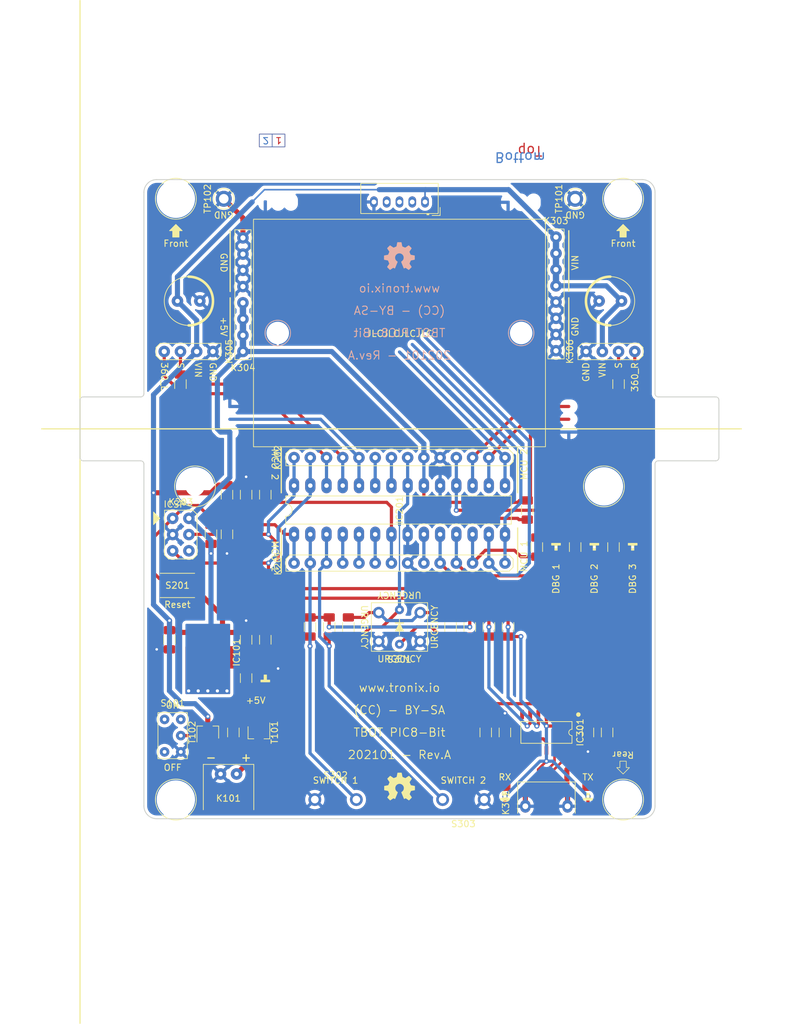
<source format=kicad_pcb>
(kicad_pcb (version 20210126) (generator pcbnew)
  (title_block (title "TBOT - Charger - 2x18650") (date "01/2021") (rev "A"))
  (layers (0 "F.Cu" signal) (31 "B.Cu" signal) (34 "B.Paste" user) (35 "F.Paste" user) (36 "B.SilkS" user "B.Silkscreen") (37 "F.SilkS" user "F.Silkscreen") (38 "B.Mask" user) (39 "F.Mask" user) (44 "Edge.Cuts" user))
  (net 0 "")
  (net 1 "GND")
  (net 2 "VIN")
  (net 3 "Net-(C302-Pad1)")
  (net 4 "BATTERY_SENSE")
  (net 5 "~MCLR")
  (net 6 "VUSB")
  (net 7 "RA0{slash}SWITCH_1")
  (net 8 "VBAT")
  (net 9 "RC5{slash}SERVO_R")
  (net 10 "RC6{slash}360_R")
  (net 11 "+5V")
  (net 12 "RA1{slash}SWITCH_2")
  (net 13 "Net-(IC201-Pad4)")
  (net 14 "Net-(IC201-Pad5)")
  (net 15 "RB4{slash}360_L")
  (net 16 "RB5{slash}SERVO_L")
  (net 17 "Net-(IC201-Pad6)")
  (net 18 "Net-(IC201-Pad9)")
  (net 19 "RB0{slash}URGENCY")
  (net 20 "RA7{slash}LED_3")
  (net 21 "RC0{slash}LED_2")
  (net 22 "RC1{slash}LED_1")
  (net 23 "RC2{slash}ENABLE")
  (net 24 "Net-(IC201-Pad18)")
  (net 25 "Net-(IC201-Pad22)")
  (net 26 "Net-(IC201-Pad23)")
  (net 27 "Net-(IC201-Pad24)")
  (net 28 "Net-(IC301-Pad2)")
  (net 29 "Net-(IC301-Pad3)")
  (net 30 "RC3{slash}TRIGGER{slash}SCL")
  (net 31 "RC4{slash}ECHO{slash}SDA")
  (net 32 "RB7{slash}PGD{slash}UTX")
  (net 33 "RB6{slash}PGC{slash}URX")
  (net 34 "Net-(IC301-Pad12)")
  (net 35 "Net-(IC301-Pad13)")
  (net 36 "Net-(K305-Pad3)")
  (net 37 "Net-(K306-Pad3)")
  (net 38 "Net-(LED101-Pad2)")
  (net 39 "Net-(LED301-Pad1)")
  (net 40 "Net-(LED302-Pad1)")
  (net 41 "Net-(LED303-Pad2)")
  (net 42 "Net-(LED304-Pad2)")
  (net 43 "Net-(LED305-Pad2)")
  (net 44 "Net-(R102-Pad1)")
  (net 45 "Net-(R102-Pad2)")
  (net 46 "Net-(R303-Pad1)")
  (net 47 "Net-(R304-Pad1)")
  (footprint "tronixALL:ALPS-SKRPAC" (layer "F.Cu") (at 105.25 113.5)
    (fp_text reference "S201")
    (fp_text value "ALPS-SKRPAC")
  )
  (footprint "tronixALL:SOIC-SL-14" (layer "F.Cu") (at 163 136.5 -90)
    (fp_text reference "IC301")
    (fp_text value "MCP2221A-ISL")
  )
  (footprint "tronixALL:RESISTOR_1206" (layer "F.Cu") (at 116 128 90)
    (fp_text reference "R104" hide)
    (fp_text value "R")
  )
  (footprint "tronixALL:M3-MASK" (layer "F.Cu") (at 175 147)
    (fp_text reference "H5" hide)
    (fp_text value "MOUNTING-HOLE-MASK-3MM" hide)
  )
  (footprint "tronixALL:LED_1206" (layer "F.Cu") (at 156.5 146.5 -90)
    (fp_text reference "LED301" hide)
    (fp_text value "URX")
  )
  (footprint "tronixALL:RESISTOR_1206" (layer "F.Cu") (at 110.5 105.5 -90)
    (fp_text reference "R201" hide)
    (fp_text value "R")
  )
  (footprint "tronixALL:KEYSTONE-5006" (layer "F.Cu") (at 112.5 53 90)
    (fp_text reference "TP102")
    (fp_text value "GND")
  )
  (footprint "tronixALL:SOT-223-3" (layer "F.Cu") (at 110 124 -90)
    (fp_text reference "IC101")
    (fp_text value "TLV1117-50")
  )
  (footprint "tronixALL:LED_1206" (layer "F.Cu") (at 176.5 107.5 90)
    (fp_text reference "LED303" hide)
    (fp_text value "LED 3")
  )
  (footprint "tronixALL:M3-MASK" (layer "F.Cu") (at 172 98)
    (fp_text reference "H4" hide)
    (fp_text value "MOUNTING-HOLE-MASK-3MM" hide)
  )
  (footprint "tronixALL:FCI-USB-TYPE-B-MICRO-THT" (layer "F.Cu") (at 163 147.5 90)
    (fp_text reference "K302")
    (fp_text value "MICRO USB B")
  )
  (footprint "tronixALL:RESISTOR_1206" (layer "F.Cu") (at 132 120 -90)
    (fp_text reference "R307" hide)
    (fp_text value "R")
  )
  (footprint "tronixALL:M20-999044x" (layer "F.Cu") (at 169.21 76.9 90)
    (fp_text reference "K306")
    (fp_text value "SERVO RIGHT")
  )
  (footprint "tronixALL:OSHW-5MM" (layer "F.Cu") (at 140 145)
    (fp_text reference "G***" hide)
    (fp_text value "LOGO" hide)
  )
  (footprint "tronixALL:RESISTOR_1206" (layer "F.Cu") (at 148 120 -90)
    (fp_text reference "R304" hide)
    (fp_text value "R")
  )
  (footprint "tronixALL:M3-MASK" (layer "F.Cu") (at 108 98)
    (fp_text reference "H2" hide)
    (fp_text value "MOUNTING-HOLE-MASK-3MM" hide)
  )
  (footprint "tronixALL:M20-782084x" (layer "F.Cu") (at 115.5 76.9 180)
    (fp_text reference "K304")
    (fp_text value "M20-782084x")
  )
  (footprint "tronixALL:M20-999044x" (layer "F.Cu") (at 110.8 76.9 -90)
    (fp_text reference "K305")
    (fp_text value "SERVO LEFT")
  )
  (footprint "tronixALL:RESISTOR_1206" (layer "F.Cu") (at 153.5 136.5 -90)
    (fp_text reference "R305" hide)
    (fp_text value "5K6")
  )
  (footprint "tronixALL:M20-999144x" (layer "F.Cu") (at 123.5 93.5 90)
    (fp_text reference "K202")
    (fp_text value "M20-999144x")
  )
  (footprint "tronixALL:M20-998034x" (layer "F.Cu") (at 104.5 103)
    (fp_text reference "K203")
    (fp_text value "M20-998034x")
  )
  (footprint "tronixALL:RESISTOR_1206" (layer "F.Cu") (at 173.5 107.5 -90)
    (fp_text reference "R312" hide)
    (fp_text value "5K6")
  )
  (footprint "tronixALL:E-SWITCH-200USPXT1A1M2RE" (layer "F.Cu") (at 104.5 137)
    (fp_text reference "S101")
    (fp_text value "E-SWITCH-200USP1T1A1M2RE")
  )
  (footprint "tronixALL:CAPACITOR_1206" (layer "F.Cu") (at 116 122 90)
    (fp_text reference "C103" hide)
    (fp_text value "C")
  )
  (footprint "tronixALL:M20-782084x" (layer "F.Cu") (at 164.5 59)
    (fp_text reference "K303")
    (fp_text value "M20-782084x")
  )
  (footprint "tronixALL:CAPACITOR_1206" (layer "F.Cu") (at 119 122 90)
    (fp_text reference "C104" hide)
    (fp_text value "C")
  )
  (footprint "tronixALL:CAPACITOR-ELECTROLYTIC-RADIAL-080-115-035" (layer "F.Cu") (at 107 69)
    (fp_text reference "C303" hide)
    (fp_text value "UVZ-220U-25V" hide)
  )
  (footprint "tronixALL:M3-MASK" (layer "F.Cu") (at 105 147)
    (fp_text reference "H3" hide)
    (fp_text value "MOUNTING-HOLE-MASK-3MM" hide)
  )
  (footprint "tronixALL:RESISTOR_1206" (layer "F.Cu") (at 172.5 136.5 -90)
    (fp_text reference "R306" hide)
    (fp_text value "5K6")
  )
  (footprint "tronixALL:DIP-28-W762" (layer "F.Cu") (at 123.5 105.5 90)
    (fp_text reference "IC201")
    (fp_text value "PIC16F1778-IP")
  )
  (footprint "tronixALL:CK-PTS635S-THT" (layer "F.Cu") (at 130 147)
    (fp_text reference "S302")
    (fp_text value "SWITCH 1")
  )
  (footprint "tronixALL:CAPACITOR_1206" (layer "F.Cu") (at 104 122 -90)
    (fp_text reference "C102" hide)
    (fp_text value "C")
  )
  (footprint "tronixALL:LED_1206" (layer "F.Cu") (at 119 128 -90)
    (fp_text reference "LED101" hide)
    (fp_text value "LED")
  )
  (footprint "tronixALL:KEYSTONE-5006" (layer "F.Cu") (at 167.5 53 90)
    (fp_text reference "TP101")
    (fp_text value "GND")
  )
  (footprint "tronixALL:CAPACITOR_1206" (layer "F.Cu") (at 169.5 136.5 -90)
    (fp_text reference "C301" hide)
    (fp_text value "100n")
  )
  (footprint "tronixALL:SOT-23-3" (layer "F.Cu") (at 110 136.5 90)
    (fp_text reference "T102")
    (fp_text value "DMP2305U")
  )
  (footprint "tronixALL:LED_1206" (layer "F.Cu") (at 164.5 107.5 90)
    (fp_text reference "LED305" hide)
    (fp_text value "LED 1")
  )
  (footprint "tronixALL:RESISTOR_1206" (layer "F.Cu") (at 113 99.3 90)
    (fp_text reference "R101" hide)
    (fp_text value "R")
  )
  (footprint "tronixALL:BREADBOARD-170" (layer "F.Cu") (at 140 74)
    (fp_text reference "BB301" hide)
    (fp_text value "BREADBOARD-170" hide)
  )
  (footprint "tronixALL:RESISTOR_1206" (layer "F.Cu") (at 167.5 107.5 -90)
    (fp_text reference "R313" hide)
    (fp_text value "5K6")
  )
  (footprint "tronixALL:RESISTOR_1206" (layer "F.Cu") (at 116 99.3 -90)
    (fp_text reference "R103" hide)
    (fp_text value "R")
  )
  (footprint "tronixALL:MOLEX-5268-02" (layer "F.Cu") (at 112 143 180)
    (fp_text reference "K101")
    (fp_text value "MOLEX-5268-02")
  )
  (footprint "tronixALL:LED_1206" (layer "F.Cu") (at 169.5 146.5 -90)
    (fp_text reference "LED302" hide)
    (fp_text value "UTX")
  )
  (footprint "tronixALL:LED_1206" (layer "F.Cu") (at 170.5 107.5 90)
    (fp_text reference "LED304" hide)
    (fp_text value "LED 2")
  )
  (footprint "tronixALL:RESISTOR_1206" (layer "F.Cu") (at 174.29 82 90)
    (fp_text reference "R309" hide)
    (fp_text value "220R")
  )
  (footprint "tronixALL:RESISTOR_1206" (layer "F.Cu") (at 157 120 -90)
    (fp_text reference "R301" hide)
    (fp_text value "10K")
  )
  (footprint "tronixALL:RESISTOR_1206" (layer "F.Cu") (at 161.5 107.5 -90)
    (fp_text reference "R314" hide)
    (fp_text value "5K6")
  )
  (footprint "tronixALL:RESISTOR_1206" (layer "F.Cu") (at 105.72 82 90)
    (fp_text reference "R308" hide)
    (fp_text value "220R")
  )
  (footprint "tronixALL:CAPACITOR-ELECTROLYTIC-RADIAL-080-115-035" (layer "F.Cu") (at 173 69 180)
    (fp_text reference "C304" hide)
    (fp_text value "UVZ-220U-25V" hide)
  )
  (footprint "tronixALL:RESISTOR_1206" (layer "F.Cu") (at 154 120 -90)
    (fp_text reference "R302" hide)
    (fp_text value "10K")
  )
  (footprint "tronixALL:RESISTOR_1206" (layer "F.Cu") (at 129 120 90)
    (fp_text reference "R311" hide)
    (fp_text value "10K")
  )
  (footprint "tronixALL:CAPACITOR_1206" (layer "F.Cu") (at 156.5 136.5 90)
    (fp_text reference "C302" hide)
    (fp_text value "470n")
  )
  (footprint "tronixALL:RESISTOR_1206" (layer "F.Cu") (at 114 136.5 90)
    (fp_text reference "R102" hide)
    (fp_text value "R")
  )
  (footprint "tronixALL:CAPACITOR_1206" (layer "F.Cu") (at 113 105.5 -90)
    (fp_text reference "C202" hide)
    (fp_text value "C")
  )
  (footprint "tronixALL:RESISTOR_1206" (layer "F.Cu") (at 151 120 90)
    (fp_text reference "R303" hide)
    (fp_text value "R")
  )
  (footprint "tronixALL:RESISTOR_1206" (layer "F.Cu") (at 126 120 90)
    (fp_text reference "R310" hide)
    (fp_text value "10K")
  )
  (footprint "tronixALL:CAPACITOR_1206" (layer "F.Cu") (at 160 101.7 -90)
    (fp_text reference "C201" hide)
    (fp_text value "C")
  )
  (footprint "tronixALL:CK-PTS635S-THT" (layer "F.Cu") (at 150 147 180)
    (fp_text reference "S303")
    (fp_text value "SWITCH 2")
  )
  (footprint "tronixALL:M3-MASK" (layer "F.Cu") (at 105 53)
    (fp_text reference "H1" hide)
    (fp_text value "MOUNTING-HOLE-MASK-3MM" hide)
  )
  (footprint "tronixALL:E-SWITCH-TL1240XQ1JXXX" (layer "F.Cu") (at 140 120 180)
    (fp_text reference "S301")
    (fp_text value "URGENCY")
  )
  (footprint "tronixALL:SOT-23-3" (layer "F.Cu") (at 118 136.5 -90)
    (fp_text reference "T101")
    (fp_text value "DMP2305U")
  )
  (footprint "tronixALL:M3-MASK" (layer "F.Cu") (at 175 53)
    (fp_text reference "H6" hide)
    (fp_text value "MOUNTING-HOLE-MASK-3MM" hide)
  )
  (footprint "tronixALL:M20-999144x" (layer "F.Cu") (at 123.5 110 90)
    (fp_text reference "K201")
    (fp_text value "M20-999144x")
  )
  (footprint "tronixALL:JST-PH-B5B-K" (layer "F.Cu") (at 144 53.5 180)
    (fp_text reference "K301" hide)
    (fp_text value "FRONT")
  )
  (footprint "tronixALL:CAPACITOR_1206" (layer "F.Cu") (at 119 99.3 90)
    (fp_text reference "C101" hide)
    (fp_text value "C")
  )
  (footprint "tronixALL:OSHW-5MM" (layer "B.Cu") (at 140 62 180)
    (fp_text reference "G***" hide)
    (fp_text value "LOGO" hide)
  )
  (gr_rect (start 122.07 42.88) (end 118.07 44.88) (layer "F.Cu") (width 0.1) (fill none))
  (gr_line (start 120.07 42.88) (end 120.07 44.88) (layer "F.Cu") (width 0.1))
  (gr_line (start 120.07 42.88) (end 120.07 44.88) (layer "B.Cu") (width 0.1))
  (gr_rect (start 122.07 42.88) (end 118.07 44.88) (layer "B.Cu") (width 0.1) (fill none))
  (gr_line (start 84 89) (end 193.5 89) (layer "F.SilkS") (width 0.2))
  (gr_poly (pts (xy 174 142) (xy 174.5 142) (xy 174.5 141) (xy 175.5 141) (xy 175.5 142) (xy 176 142) (xy 175 143)) (layer "F.SilkS") (width 0.1) (fill none))
  (gr_line (start 158.5 92) (end 158.5 99) (layer "F.SilkS") (width 0.2))
  (gr_line (start 158.5 104.5) (end 158.5 111.5) (layer "F.SilkS") (width 0.2))
  (gr_line (start 113.5 58) (end 113.5 67.5) (layer "F.SilkS") (width 0.2))
  (gr_line (start 166.5 68.5) (end 166.5 78) (layer "F.SilkS") (width 0.2))
  (gr_line (start 113.5 68.5) (end 113.5 78) (layer "F.SilkS") (width 0.2))
  (gr_line (start 121.5 92) (end 121.5 99) (layer "F.SilkS") (width 0.2))
  (gr_line (start 90 182) (end 90 22) (layer "F.SilkS") (width 0.2))
  (gr_circle (center 168 133.7) (end 168.25 133.7) (layer "F.SilkS") (width 0.2) (fill solid))
  (gr_line (start 111 140.5) (end 110 140.5) (layer "F.SilkS") (width 0.2))
  (gr_poly (pts (xy 106 58) (xy 105.5 58) (xy 105.5 59) (xy 104.5 59) (xy 104.5 58) (xy 104 58) (xy 105 57)) (layer "F.SilkS") (width 0.1) (fill solid))
  (gr_line (start 115.5 140.5) (end 116.5 140.5) (layer "F.SilkS") (width 0.2))
  (gr_poly (pts (xy 102.5 103) (xy 101.5 104) (xy 101.5 102)) (layer "F.SilkS") (width 0.1) (fill solid))
  (gr_line (start 166.5 58) (end 166.5 67.5) (layer "F.SilkS") (width 0.2))
  (gr_poly (pts (xy 176 58) (xy 175.5 58) (xy 175.5 59) (xy 174.5 59) (xy 174.5 58) (xy 174 58) (xy 175 57)) (layer "F.SilkS") (width 0.1) (fill solid))
  (gr_line (start 116 140) (end 116 141) (layer "F.SilkS") (width 0.2))
  (gr_line (start 121.5 104.5) (end 121.5 111.5) (layer "F.SilkS") (width 0.2))
  (gr_arc (start 180.5 83.5) (end 180.5 84) (angle 90) (layer "Edge.Cuts") (width 0.15))
  (gr_arc (start 101.999999 52) (end 100 52) (angle 90) (layer "Edge.Cuts") (width 0.15))
  (gr_arc (start 90.5 93.5) (end 90 93.5) (angle -90) (layer "Edge.Cuts") (width 0.15))
  (gr_arc (start 178 51.999999) (end 180 52) (angle -90) (layer "Edge.Cuts") (width 0.15))
  (gr_line (start 100 52) (end 100 83.5) (layer "Edge.Cuts") (width 0.15))
  (gr_line (start 178 50) (end 102 50) (layer "Edge.Cuts") (width 0.15))
  (gr_arc (start 99.5 83.5) (end 99.5 84) (angle -90) (layer "Edge.Cuts") (width 0.15))
  (gr_line (start 100 94.5) (end 100 148) (layer "Edge.Cuts") (width 0.15))
  (gr_line (start 102 150) (end 178 150) (layer "Edge.Cuts") (width 0.15))
  (gr_arc (start 99.5 94.5) (end 100 94.5) (angle -90) (layer "Edge.Cuts") (width 0.15))
  (gr_line (start 90 84.5) (end 90 93.5) (layer "Edge.Cuts") (width 0.15))
  (gr_line (start 99.5 84) (end 90.5 84) (layer "Edge.Cuts") (width 0.15))
  (gr_line (start 180 148) (end 180 94.5) (layer "Edge.Cuts") (width 0.15))
  (gr_line (start 189.5 94) (end 180.5 94) (layer "Edge.Cuts") (width 0.15))
  (gr_line (start 190 84.5) (end 190 93.5) (layer "Edge.Cuts") (width 0.15))
  (gr_line (start 99.5 94) (end 90.5 94) (layer "Edge.Cuts") (width 0.15))
  (gr_arc (start 178.000001 148) (end 180 148) (angle 90) (layer "Edge.Cuts") (width 0.15))
  (gr_arc (start 180.5 94.5) (end 180.5 94) (angle -90) (layer "Edge.Cuts") (width 0.15))
  (gr_line (start 180 83.5) (end 180 52) (layer "Edge.Cuts") (width 0.15))
  (gr_arc (start 90.5 84.5) (end 90.5 84) (angle -90) (layer "Edge.Cuts") (width 0.15))
  (gr_arc (start 189.5 84.5) (end 190 84.5) (angle -90) (layer "Edge.Cuts") (width 0.15))
  (gr_arc (start 102 148.000001) (end 102 150) (angle 90) (layer "Edge.Cuts") (width 0.15))
  (gr_line (start 189.5 84) (end 180.5 84) (layer "Edge.Cuts") (width 0.15))
  (gr_arc (start 189.5 93.5) (end 189.5 94) (angle -90) (layer "Edge.Cuts") (width 0.15))
  (gr_text "Top" (at 162.5 45.5 180) (layer "F.Cu") (effects (font (size 1.5 1.5) (thickness 0.2)) (justify left)))
  (gr_text "1" (at 121.07 43.88 180) (layer "F.Cu") (effects (font (size 1 1))))
  (gr_text "2" (at 119.07 43.88 180) (layer "B.Cu") (effects (font (size 1 1)) (justify mirror)))
  (gr_text "Bottom" (at 163 46.5 180) (layer "B.Cu") (effects (font (size 1.5 1.5) (thickness 0.2)) (justify right mirror)))
  (gr_text "(CC) - BY-SA" (at 140 70.5) (layer "B.SilkS") (effects (font (size 1.3 1.3)) (justify mirror)))
  (gr_text "202101 - Rev.A" (at 140 77.5) (layer "B.SilkS") (effects (font (size 1.3 1.3)) (justify mirror)))
  (gr_text "TBOT PIC8-Bit" (at 140 74) (layer "B.SilkS") (effects (font (size 1.3 1.3)) (justify mirror)))
  (gr_text "www.tronix.io" (at 140 67) (layer "B.SilkS") (effects (font (size 1.3 1.3)) (justify mirror)))
  (gr_text "VIN" (at 167.5 63 90) (layer "F.SilkS") (effects (font (size 1 1))))
  (gr_text "Rear" (at 175 140 180) (layer "F.SilkS") (effects (font (size 1 1))))
  (gr_text "DBG 3" (at 176.5 110 90) (layer "F.SilkS") (effects (font (size 1 1)) (justify right)))
  (gr_text "Front" (at 175 60) (layer "F.SilkS") (effects (font (size 1 1))))
  (gr_text "TBOT PIC8-Bit" (at 140 136.5) (layer "F.SilkS") (effects (font (size 1.3 1.3))))
  (gr_text "MCU 2" (at 159.5 92 90) (layer "F.SilkS") (effects (font (size 1 1)) (justify right)))
  (gr_text "S" (at 105.7 78.5 270) (layer "F.SilkS") (effects (font (size 1 1)) (justify left)))
  (gr_text "GND" (at 112.5 63 270) (layer "F.SilkS") (effects (font (size 1 1))))
  (gr_text "JLCJLCJLCJLC" (at 140 74.1) (layer "F.SilkS") (effects (font (size 1 1))))
  (gr_text "360_L" (at 103.2 78.5 270) (layer "F.SilkS") (effects (font (size 1 1)) (justify left)))
  (gr_text "GND" (at 110.8 78.5 270) (layer "F.SilkS") (effects (font (size 1 1)) (justify left)))
  (gr_text "SWITCH 2" (at 150 144) (layer "F.SilkS") (effects (font (size 1 1))))
  (gr_text "ON" (at 104.5 132.25) (layer "F.SilkS") (effects (font (size 1 1))))
  (gr_text "URGENCY" (at 140 115 180) (layer "F.SilkS") (effects (font (size 1 1))))
  (gr_text "GND" (at 167.5 55.5 180) (layer "F.SilkS") (effects (font (size 1 1))))
  (gr_text "DBG 1" (at 164.5 110 90) (layer "F.SilkS") (effects (font (size 1 1)) (justify right)))
  (gr_text "www.tronix.io" (at 140 129.5) (layer "F.SilkS") (effects (font (size 1.3 1.3))))
  (gr_text "VIN" (at 171.75 78.5 90) (layer "F.SilkS") (effects (font (size 1 1)) (justify right)))
  (gr_text "VIN" (at 108.5 78.5 270) (layer "F.SilkS") (effects (font (size 1 1)) (justify left)))
  (gr_text "202101 - Rev.A" (at 140 140) (layer "F.SilkS") (effects (font (size 1.3 1.3))))
  (gr_text "GND" (at 169.2 78.5 90) (layer "F.SilkS") (effects (font (size 1 1)) (justify right)))
  (gr_text "SWITCH 1" (at 130 144) (layer "F.SilkS") (effects (font (size 1 1))))
  (gr_text "MCU 2" (at 120.5 92 270) (layer "F.SilkS") (effects (font (size 1 1)) (justify left)))
  (gr_text "TX" (at 169.5 143.5) (layer "F.SilkS") (effects (font (size 1 1))))
  (gr_text "URGENCY" (at 134.5 120 270) (layer "F.SilkS") (effects (font (size 1 1))))
  (gr_text "MCU 1" (at 120.5 111.5 270) (layer "F.SilkS") (effects (font (size 1 1)) (justify right)))
  (gr_text "GND" (at 167.5 73 90) (layer "F.SilkS") (effects (font (size 1 1))))
  (gr_text "S" (at 174.3 78.5 90) (layer "F.SilkS") (effects (font (size 1 1)) (justify right)))
  (gr_text "OFF" (at 104.5 142) (layer "F.SilkS") (effects (font (size 1 1))))
  (gr_text "+5V" (at 117.5 131.5) (layer "F.SilkS") (effects (font (size 1 1))))
  (gr_text "Front" (at 105 60) (layer "F.SilkS") (effects (font (size 1 1))))
  (gr_text "360_R" (at 176.85 78.5 90) (layer "F.SilkS") (effects (font (size 1 1)) (justify right)))
  (gr_text "+5V" (at 112.5 73 270) (layer "F.SilkS") (effects (font (size 1 1))))
  (gr_text "MCU 1" (at 159.5 111.5 90) (layer "F.SilkS") (effects (font (size 1 1)) (justify left)))
  (gr_text "URGENCY" (at 140 125) (layer "F.SilkS") (effects (font (size 1 1))))
  (gr_text "DBG 2" (at 170.5 110 90) (layer "F.SilkS") (effects (font (size 1 1)) (justify right)))
  (gr_text "RX" (at 156.5 143.5) (layer "F.SilkS") (effects (font (size 1 1))))
  (gr_text "URGENCY" (at 145.5 120 90) (layer "F.SilkS") (effects (font (size 1 1))))
  (gr_text "(CC) - BY-SA" (at 140 133) (layer "F.SilkS") (effects (font (size 1.3 1.3))))
  (gr_text "GND" (at 112.5 55.5 180) (layer "F.SilkS") (effects (font (size 1 1))))
  (segment (start 112.3 120.85) (end 114.15 120.85) (width 0.8) (layer "F.Cu") (net 1))
  (segment (start 116 97.8) (end 116 96.5) (width 0.8) (layer "F.Cu") (net 1))
  (segment (start 164.5 109) (end 164.5 107.5) (width 0.8) (layer "F.Cu") (net 1))
  (segment (start 103.15 114.6) (end 107.35 114.6) (width 0.8) (layer "F.Cu") (net 1))
  (segment (start 167.5 138) (end 166.81 138.69) (width 0.5) (layer "F.Cu") (net 1))
  (segment (start 159.7 148.05) (end 159.7 145.75) (width 0.8) (layer "F.Cu") (net 1))
  (segment (start 166.3 148.05) (end 166.3 145.75) (width 0.8) (layer "F.Cu") (net 1))
  (segment (start 142 103) (end 141.28 103.72) (width 0.5) (layer "F.Cu") (net 1))
  (segment (start 104 123.5) (end 102 123.5) (width 0.8) (layer "F.Cu") (net 1))
  (segment (start 108.6 114.6) (end 112.3 118.3) (width 0.8) (layer "F.Cu") (net 1))
  (segment (start 166.2 142.3) (end 166.81 141.69) (width 0.8) (layer "F.Cu") (net 1))
  (segment (start 116.5 97.8) (end 119.5 97.8) (width 0.8) (layer "F.Cu") (net 1))
  (segment (start 116 120.5) (end 116 119) (width 0.8) (layer "F.Cu") (net 1))
  (segment (start 160 103.2) (end 158.7 103.2) (width 0.5) (layer "F.Cu") (net 1))
  (segment (start 112.3 118.3) (end 112.3 120.85) (width 0.8) (layer "F.Cu") (net 1))
  (segment (start 141.28 103.72) (end 141.28 105.5) (width 0.5) (layer "F.Cu") (net 1))
  (segment (start 121 126.5) (end 119 126.5) (width 0.8) (layer "F.Cu") (net 1))
  (segment (start 116 120.5) (end 119 120.5) (width 0.8) (layer "F.Cu") (net 1))
  (segment (start 115.5 59.12) (end 115.5 56) (width 0.8) (layer "F.Cu") (net 1))
  (segment (start 166.2 145.65) (end 166.2 142.3) (width 0.8) (layer "F.Cu") (net 1))
  (segment (start 107.35 114.6) (end 108.6 114.6) (width 0.8) (layer "F.Cu") (net 1))
  (segment (start 115.5 56) (end 112.5 53) (width 0.8) (layer "F.Cu") (net 1))
  (segment (start 121 131.5) (end 121 126.5) (width 0.8) (layer "F.Cu") (net 1))
  (segment (start 118.95 135.3) (end 118.95 133.55) (width 0.8) (layer "F.Cu") (net 1))
  (segment (start 165.15 145.65) (end 164.75 145.25) (width 0.5) (layer "F.Cu") (net 1))
  (segment (start 176.5 109) (end 176.5 107.5) (width 0.8) (layer "F.Cu") (net 1))
  (segment (start 166.2 145.65) (end 165.15 145.65) (width 0.5) (layer "F.Cu") (net 1))
  (segment (start 118.95 133.55) (end 121 131.5) (width 0.8) (layer "F.Cu") (net 1))
  (segment (start 116 120.5) (end 114.5 120.5) (width 0.8) (layer "F.Cu") (net 1))
  (segment (start 164.75 145.25) (end 164.5 145.25) (width 0.5) (layer "F.Cu") (net 1))
  (segment (start 156.5 135) (end 156.5 133.5) (width 0.8) (layer "F.Cu") (net 1))
  (segment (start 169.5 139.5) (end 169.5 138) (width 0.8) (layer "F.Cu") (net 1))
  (segment (start 166.81 141.69) (end 166.81 139.3) (width 0.8) (layer "F.Cu") (net 1))
  (segment (start 169.5 138) (end 167.5 138) (width 0.5) (layer "F.Cu") (net 1))
  (segment (start 166.81 138.69) (end 166.81 139.3) (width 0.5) (layer "F.Cu") (net 1))
  (segment (start 113 108.5) (end 113 107) (width 0.8) (layer "F.Cu") (net 1))
  (segment (start 170.5 109) (end 170.5 107.5) (width 0.8) (layer "F.Cu") (net 1))
  (segment (start 158.7 103.2) (end 158.5 103) (width 0.5) (layer "F.Cu") (net 1))
  (segment (start 114.15 120.85) (end 114.5 120.5) (width 0.8) (layer "F.Cu") (net 1))
  (segment (start 158.5 103) (end 142 103) (width 0.5) (layer "F.Cu") (net 1))
  (via (at 113 108.5) (size 0.8) (drill 0.4) (layers "F.Cu" "B.Cu") (net 1))
  (via (at 116 96.5) (size 0.8) (drill 0.4) (layers "F.Cu" "B.Cu") (net 1))
  (via (at 164.5 107.5) (size 0.8) (drill 0.4) (layers "F.Cu" "B.Cu") (net 1))
  (via (at 169.5 139.5) (size 0.8) (drill 0.4) (layers "F.Cu" "B.Cu") (net 1))
  (via (at 176.5 107.5) (size 0.8) (drill 0.4) (layers "F.Cu" "B.Cu") (net 1))
  (via (at 156.5 133.5) (size 0.8) (drill 0.4) (layers "F.Cu" "B.Cu") (net 1))
  (via (at 116 119) (size 0.8) (drill 0.4) (layers "F.Cu" "B.Cu") (net 1))
  (via (at 121 126.5) (size 0.8) (drill 0.4) (layers "F.Cu" "B.Cu") (net 1))
  (via (at 170.5 107.5) (size 0.8) (drill 0.4) (layers "F.Cu" "B.Cu") (net 1))
  (via (at 102 123.5) (size 0.8) (drill 0.4) (layers "F.Cu" "B.Cu") (net 1))
  (segment (start 105.85 120.85) (end 105.5 120.5) (width 0.8) (layer "F.Cu") (net 2))
  (segment (start 113.5 97.8) (end 111.7 97.8) (width 0.8) (layer "F.Cu") (net 2))
  (segment (start 110.5 99) (end 101.5 99) (width 0.8) (layer "F.Cu") (net 2))
  (segment (start 107.7 120.85) (end 105.85 120.85) (width 0.8) (layer "F.Cu") (net 2))
  (segment (start 105.5 120.5) (end 104 120.5) (width 0.8) (layer "F.Cu") (net 2))
  (segment (start 110 135.3) (end 110 134) (width 0.8) (layer "F.Cu") (net 2))
  (segment (start 104 120.5) (end 104 119) (width 0.8) (layer "F.Cu") (net 2))
  (segment (start 111.7 97.8) (end 110.5 99) (width 0.8) (layer "F.Cu") (net 2))
  (via (at 101.5 99) (size 0.8) (drill 0.4) (layers "F.Cu" "B.Cu") (net 2))
  (via (at 110 134) (size 0.8) (drill 0.4) (layers "F.Cu" "B.Cu") (net 2))
  (via (at 104 119) (size 0.8) (drill 0.4) (layers "F.Cu" "B.Cu") (net 2))
  (segment (start 104 119) (end 101.5 116.5) (width 0.8) (layer "B.Cu") (net 2))
  (segment (start 106 132) (end 104 130) (width 0.8) (layer "B.Cu") (net 2))
  (segment (start 108 132) (end 110 134) (width 0.8) (layer "B.Cu") (net 2))
  (segment (start 101.5 83.66) (end 108.26 76.9) (width 0.8) (layer "B.Cu") (net 2))
  (segment (start 171.75 76.9) (end 171.75 72) (width 0.8) (layer "B.Cu") (net 2))
  (segment (start 144 53.5) (end 144 51.65) (width 0.25) (layer "B.Cu") (net 2))
  (segment (start 106 132) (end 108 132) (width 0.8) (layer "B.Cu") (net 2))
  (segment (start 108.26 76.9) (end 108.26 72.01) (width 0.8) (layer "B.Cu") (net 2))
  (segment (start 144.075 51.575) (end 157.075 51.575) (width 0.8) (layer "B.Cu") (net 2))
  (segment (start 164.5 64.08) (end 164.5 66.62) (width 1) (layer "B.Cu") (net 2))
  (segment (start 105.25 65.1975) (end 116.9475 53.5) (width 0.8) (layer "B.Cu") (net 2))
  (segment (start 136.83 51.575) (end 144.075 51.575) (width 0.8) (layer "B.Cu") (net 2))
  (segment (start 157.075 51.575) (end 162 56.5) (width 0.8) (layer "B.Cu") (net 2))
  (segment (start 144 51.65) (end 144.075 51.575) (width 0.25) (layer "B.Cu") (net 2))
  (segment (start 101.5 116.5) (end 101.5 83.66) (width 0.8) (layer "B.Cu") (net 2))
  (segment (start 164.5 61.54) (end 164.5 64.08) (width 1) (layer "B.Cu") (net 2))
  (segment (start 164.5 66.62) (end 172.37 66.62) (width 0.8) (layer "B.Cu") (net 2))
  (segment (start 105.25 69) (end 105.25 65.1975) (width 0.8) (layer "B.Cu") (net 2))
  (segment (start 164.5 59) (end 164.5 61.54) (width 1) (layer "B.Cu") (net 2))
  (segment (start 104 130) (end 104 119) (width 0.8) (layer "B.Cu") (net 2))
  (segment (start 171.75 72) (end 174.75 69) (width 0.8) (layer "B.Cu") (net 2))
  (segment (start 118.8725 51.575) (end 136.83 51.575) (width 0.25) (layer "B.Cu") (net 2))
  (segment (start 172.37 66.62) (end 174.75 69) (width 0.8) (layer "B.Cu") (net 2))
  (segment (start 108.26 72.01) (end 105.25 69) (width 0.8) (layer "B.Cu") (net 2))
  (segment (start 157.075 51.575) (end 164.5 59) (width 0.8) (layer "B.Cu") (net 2))
  (segment (start 116.9475 53.5) (end 118.8725 51.575) (width 0.25) (layer "B.Cu") (net 2))
  (segment (start 158 138) (end 156.5 138) (width 0.5) (layer "F.Cu") (net 3))
  (segment (start 163 138) (end 162.5 137.5) (width 0.5) (layer "F.Cu") (net 3))
  (segment (start 158.5 137.5) (end 158 138) (width 0.5) (layer "F.Cu") (net 3))
  (segment (start 162.5 137.5) (end 158.5 137.5) (width 0.5) (layer "F.Cu") (net 3))
  (segment (start 163 139.3) (end 163 138) (width 0.5) (layer "F.Cu") (net 3))
  (segment (start 138.74 101.24) (end 138.74 105.5) (width 0.5) (layer "F.Cu") (net 4))
  (segment (start 120.5 100.5) (end 138 100.5) (width 0.5) (layer "F.Cu") (net 4))
  (segment (start 120.2 100.8) (end 120.5 100.5) (width 0.5) (layer "F.Cu") (net 4))
  (segment (start 138 100.5) (end 138.74 101.24) (width 0.5) (layer "F.Cu") (net 4))
  (segment (start 116.5 100.8) (end 119.5 100.8) (width 0.8) (layer "F.Cu") (net 4))
  (segment (start 113.5 100.8) (end 116.5 100.8) (width 0.8) (layer "F.Cu") (net 4))
  (segment (start 119 100.8) (end 120.2 100.8) (width 0.5) (layer "F.Cu") (net 4))
  (segment (start 138.74 110) (end 138.74 105.5) (width 0.5) (layer "B.Cu") (net 4))
  (segment (start 123.5 105.5) (end 122 105.5) (width 0.5) (layer "F.Cu") (net 5))
  (segment (start 103.15 112.4) (end 107.35 112.4) (width 0.5) (layer "F.Cu") (net 5))
  (segment (start 102.4 112.4) (end 101.5 111.5) (width 0.5) (layer "F.Cu") (net 5))
  (segment (start 101.5 111.5) (end 101.5 106) (width 0.5) (layer "F.Cu") (net 5))
  (segment (start 101.5 106) (end 104.5 103) (width 0.5) (layer "F.Cu") (net 5))
  (segment (start 122 105.5) (end 120.5 104) (width 0.5) (layer "F.Cu") (net 5))
  (segment (start 110.5 103) (end 108.5 101) (width 0.5) (layer "F.Cu") (net 5))
  (segment (start 110.5 104) (end 110.5 103) (width 0.5) (layer "F.Cu") (net 5))
  (segment (start 106.5 101) (end 104.5 103) (width 0.5) (layer "F.Cu") (net 5))
  (segment (start 103.15 112.4) (end 102.4 112.4) (width 0.5) (layer "F.Cu") (net 5))
  (segment (start 120.5 104) (end 113 104) (width 0.5) (layer "F.Cu") (net 5))
  (segment (start 108.5 101) (end 106.5 101) (width 0.5) (layer "F.Cu") (net 5))
  (segment (start 110.5 104) (end 113 104) (width 0.5) (layer "F.Cu") (net 5))
  (segment (start 123.5 110) (end 123.5 105.5) (width 0.5) (layer "B.Cu") (net 5))
  (segment (start 167.5 135.5) (end 168 135) (width 0.5) (layer "F.Cu") (net 6))
  (segment (start 169.5 148) (end 169.5 146.5) (width 0.5) (layer "F.Cu") (net 6))
  (segment (start 169.2 133.7) (end 169.5 134) (width 0.5) (layer "F.Cu") (net 6))
  (segment (start 168 135) (end 169.5 135) (width 0.5) (layer "F.Cu") (net 6))
  (segment (start 161.7 142.3) (end 163 141) (width 0.4) (layer "F.Cu") (net 6))
  (segment (start 154 121.5) (end 157 121.5) (width 0.5) (layer "F.Cu") (net 6))
  (segment (start 163 135.5) (end 167.5 135.5) (width 0.5) (layer "F.Cu") (net 6))
  (segment (start 161.7 145.25) (end 161.7 142.3) (width 0.4) (layer "F.Cu") (net 6))
  (segment (start 156.5 148) (end 156.5 146.5) (width 0.5) (layer "F.Cu") (net 6))
  (segment (start 166.81 133.7) (end 169.2 133.7) (width 0.5) (layer "F.Cu") (net 6))
  (segment (start 157 121.5) (end 159 121.5) (width 0.5) (layer "F.Cu") (net 6))
  (segment (start 169.5 134) (end 169.5 135) (width 0.5) (layer "F.Cu") (net 6))
  (segment (start 163 135.5) (end 163 133.7) (width 0.5) (layer "F.Cu") (net 6))
  (via (at 156.5 146.5) (size 0.8) (drill 0.4) (layers "F.Cu" "B.Cu") (net 6))
  (via (at 163 141) (size 0.8) (drill 0.4) (layers "F.Cu" "B.Cu") (net 6))
  (via (at 163 135.5) (size 0.8) (drill 0.4) (layers "F.Cu" "B.Cu") (net 6))
  (via (at 159 121.5) (size 0.8) (drill 0.4) (layers "F.Cu" "B.Cu") (net 6))
  (via (at 169.5 146.5) (size 0.8) (drill 0.4) (layers "F.Cu" "B.Cu") (net 6))
  (segment (start 163 135.5) (end 159 131.5) (width 0.5) (layer "B.Cu") (net 6))
  (segment (start 162 141) (end 163 141) (width 0.5) (layer "B.Cu") (net 6))
  (segment (start 156.5 146.5) (end 162 141) (width 0.5) (layer "B.Cu") (net 6))
  (segment (start 159 131.5) (end 159 121.5) (width 0.5) (layer "B.Cu") (net 6))
  (segment (start 169.5 146.5) (end 164 141) (width 0.5) (layer "B.Cu") (net 6))
  (segment (start 163 141) (end 163 135.5) (width 0.5) (layer "B.Cu") (net 6))
  (segment (start 164 141) (end 163 141) (width 0.5) (layer "B.Cu") (net 6))
  (segment (start 126 123) (end 126 121.5) (width 0.5) (layer "F.Cu") (net 7))
  (via (at 126 123) (size 0.8) (drill 0.4) (layers "F.Cu" "B.Cu") (net 7))
  (segment (start 126.04 110) (end 126.04 105.5) (width 0.5) (layer "B.Cu") (net 7))
  (segment (start 126 123) (end 126 109.54) (width 0.5) (layer "B.Cu") (net 7))
  (segment (start 133.25 147) (end 126 139.75) (width 0.5) (layer "B.Cu") (net 7))
  (segment (start 126 139.75) (end 126 123) (width 0.5) (layer "B.Cu") (net 7))
  (segment (start 118 139.5) (end 118 137.7) (width 0.8) (layer "F.Cu") (net 8))
  (segment (start 114.5 143) (end 118 139.5) (width 0.8) (layer "F.Cu") (net 8))
  (segment (start 153.98 93.5) (end 163.98 83.5) (width 0.5) (layer "F.Cu") (net 9))
  (segment (start 163.98 83.5) (end 174.29 83.5) (width 0.5) (layer "F.Cu") (net 9))
  (segment (start 153.98 97.88) (end 153.98 93.5) (width 0.5) (layer "B.Cu") (net 9))
  (segment (start 162.94 82) (end 175.5 82) (width 0.5) (layer "F.Cu") (net 10))
  (segment (start 151.44 93.5) (end 162.94 82) (width 0.5) (layer "F.Cu") (net 10))
  (segment (start 162.94 82) (end 168 82) (width 0.5) (layer "F.Cu") (net 10))
  (segment (start 176.83 80.67) (end 176.83 76.9) (width 0.5) (layer "F.Cu") (net 10))
  (segment (start 175.5 82) (end 176.83 80.67) (width 0.5) (layer "F.Cu") (net 10))
  (segment (start 151.44 97.88) (end 151.44 93.5) (width 0.5) (layer "B.Cu") (net 10))
  (segment (start 110.5 108.5) (end 110.5 107) (width 0.8) (layer "F.Cu") (net 11))
  (segment (start 151 118.5) (end 151 120) (width 0.5) (layer "F.Cu") (net 11))
  (segment (start 120.5 123.5) (end 122.5 121.5) (width 0.5) (layer "F.Cu") (net 11))
  (segment (start 122.5 121.5) (end 122.5 120.5) (width 0.5) (layer "F.Cu") (net 11))
  (segment (start 110 120.85) (end 110 127.15) (width 1) (layer "F.Cu") (net 11))
  (segment (start 143.82 99.82) (end 143.82 97.88) (width 0.5) (layer "F.Cu") (net 11))
  (segment (start 129 118.5) (end 129 120) (width 0.5) (layer "F.Cu") (net 11))
  (segment (start 160 100.2) (end 158.8 100.2) (width 0.5) (layer "F.Cu") (net 11))
  (segment (start 124.5 118.5) (end 126 118.5) (width 0.5) (layer "F.Cu") (net 11))
  (segment (start 160.5 100.25) (end 160.5 90) (width 0.5) (layer "F.Cu") (net 11))
  (segment (start 165 85.5) (end 166.5 85.5) (width 0.5) (layer "F.Cu") (net 11))
  (segment (start 119 123.5) (end 120.5 123.5) (width 0.5) (layer "F.Cu") (net 11))
  (segment (start 160.5 90) (end 165 85.5) (width 0.5) (layer "F.Cu") (net 11))
  (segment (start 122.5 120.5) (end 124.5 118.5) (width 0.5) (layer "F.Cu") (net 11))
  (segment (start 158.8 100.2) (end 158.5 100.5) (width 0.5) (layer "F.Cu") (net 11))
  (segment (start 129 118.5) (end 126 118.5) (width 0.5) (layer "F.Cu") (net 11))
  (segment (start 144.5 100.5) (end 143.82 99.82) (width 0.5) (layer "F.Cu") (net 11))
  (segment (start 158.5 100.5) (end 144.5 100.5) (width 0.5) (layer "F.Cu") (net 11))
  (via (at 129 120) (size 0.8) (drill 0.4) (layers "F.Cu" "B.Cu") (net 11))
  (via (at 151 120) (size 0.8) (drill 0.4) (layers "F.Cu" "B.Cu") (net 11))
  (via (at 110.5 108.5) (size 0.8) (drill 0.4) (layers "F.Cu" "B.Cu") (net 11))
  (via (at 108.5 130) (size 1) (drill 0.5) (layers "F.Cu" "B.Cu") (net 11))
  (via (at 107 130) (size 1) (drill 0.5) (layers "F.Cu" "B.Cu") (net 11))
  (via (at 113 130) (size 1) (drill 0.5) (layers "F.Cu" "B.Cu") (net 11))
  (via (at 111.5 130) (size 1) (drill 0.5) (layers "F.Cu" "B.Cu") (net 11))
  (via (at 110 130) (size 1) (drill 0.5) (layers "F.Cu" "B.Cu") (net 11))
  (segment (start 107.04 103) (end 113.45 96.59) (width 0.8) (layer "B.Cu") (net 11))
  (segment (start 143.82 97.88) (end 143.82 93.5) (width 0.5) (layer "B.Cu") (net 11))
  (segment (start 115.5 71.82) (end 115.5 69.28) (width 1) (layer "B.Cu") (net 11))
  (segment (start 111.5 89) (end 111.5 80.9) (width 0.8) (layer "B.Cu") (net 11))
  (segment (start 113.45 89.5) (end 112 89.5) (width 0.8) (layer "B.Cu") (net 11))
  (segment (start 111.5 80.9) (end 115.5 76.9) (width 0.8) (layer "B.Cu") (net 11))
  (segment (start 115.5 76.9) (end 129.4 76.9) (width 0.8) (layer "B.Cu") (net 11))
  (segment (start 143.82 91.32) (end 143.82 93.5) (width 0.8) (layer "B.Cu") (net 11))
  (segment (start 110.5 108.5) (end 110.5 129.5) (width 0.8) (layer "B.Cu") (net 11))
  (segment (start 115.5 74.36) (end 115.5 71.82) (width 1) (layer "B.Cu") (net 11))
  (segment (start 151 120) (end 129 120) (width 0.5) (layer "B.Cu") (net 11))
  (segment (start 110.5 108.5) (end 110.5 106.46) (width 0.8) (layer "B.Cu") (net 11))
  (segment (start 113.45 96.59) (end 113.45 89.5) (width 0.8) (layer "B.Cu") (net 11))
  (segment (start 115.5 76.9) (end 115.5 74.36) (width 1) (layer "B.Cu") (net 11))
  (segment (start 129.4 76.9) (end 143.82 91.32) (width 0.8) (layer "B.Cu") (net 11))
  (segment (start 110.5 106.46) (end 107.04 103) (width 0.8) (layer "B.Cu") (net 11))
  (segment (start 112 89.5) (end 111.5 89) (width 0.8) (layer "B.Cu") (net 11))
  (segment (start 110.5 129.5) (end 110 130) (width 0.8) (layer "B.Cu") (net 11))
  (segment (start 129 123) (end 129 121.5) (width 0.5) (layer "F.Cu") (net 12))
  (via (at 129 123) (size 0.8) (drill 0.4) (layers "F.Cu" "B.Cu") (net 12))
  (segment (start 128.58 110) (end 127.5 111.08) (width 0.5) (layer "B.Cu") (net 12))
  (segment (start 129 129.25) (end 129 123) (width 0.5) (layer "B.Cu") (net 12))
  (segment (start 128.58 110) (end 128.58 105.5) (width 0.5) (layer "B.Cu") (net 12))
  (segment (start 127.5 111.08) (end 127.5 121.5) (width 0.5) (layer "B.Cu") (net 12))
  (segment (start 146.75 147) (end 129 129.25) (width 0.5) (layer "B.Cu") (net 12))
  (segment (start 127.5 121.5) (end 129 123) (width 0.5) (layer "B.Cu") (net 12))
  (segment (start 131.12 110) (end 131.12 105.5) (width 0.5) (layer "B.Cu") (net 13))
  (segment (start 133.66 110) (end 133.66 105.5) (width 0.5) (layer "B.Cu") (net 14))
  (segment (start 104.5 82) (end 103.18 80.68) (width 0.5) (layer "F.Cu") (net 15))
  (segment (start 131.12 93.5) (end 119.62 82) (width 0.5) (layer "F.Cu") (net 15))
  (segment (start 119.62 82) (end 104.5 82) (width 0.5) (layer "F.Cu") (net 15))
  (segment (start 103.18 80.68) (end 103.18 76.9) (width 0.5) (layer "F.Cu") (net 15))
  (segment (start 131.12 97.88) (end 131.12 93.5) (width 0.5) (layer "B.Cu") (net 15))
  (segment (start 118.58 83.5) (end 105.72 83.5) (width 0.5) (layer "F.Cu") (net 16))
  (segment (start 128.58 93.5) (end 118.58 83.5) (width 0.5) (layer "F.Cu") (net 16))
  (segment (start 128.58 97.88) (end 128.58 93.5) (width 0.5) (layer "B.Cu") (net 16))
  (segment (start 136.2 110) (end 136.2 105.5) (width 0.5) (layer "B.Cu") (net 17))
  (segment (start 143.82 110) (end 143.82 105.5) (width 0.5) (layer "B.Cu") (net 18))
  (segment (start 135.5 120) (end 137.3 120) (width 0.5) (layer "F.Cu") (net 19))
  (segment (start 140 117.3) (end 137.3 120) (width 0.5) (layer "F.Cu") (net 19))
  (segment (start 135.5 120) (end 134 121.5) (width 0.5) (layer "F.Cu") (net 19))
  (segment (start 134 121.5) (end 132 121.5) (width 0.5) (layer "F.Cu") (net 19))
  (segment (start 140 104) (end 140 111.5) (width 0.2) (layer "B.Cu") (net 19))
  (segment (start 140 117.3) (end 140 111.5) (width 0.5) (layer "B.Cu") (net 19))
  (segment (start 141.28 97.88) (end 141.28 100.72) (width 0.5) (layer "B.Cu") (net 19))
  (segment (start 140 102) (end 140 104) (width 0.5) (layer "B.Cu") (net 19))
  (segment (start 141.28 100.72) (end 140 102) (width 0.5) (layer "B.Cu") (net 19))
  (segment (start 141.28 97.88) (end 141.28 93.5) (width 0.5) (layer "B.Cu") (net 19))
  (segment (start 146.36 110) (end 149.36 113) (width 0.5) (layer "F.Cu") (net 20))
  (segment (start 171 113) (end 173.5 110.5) (width 0.5) (layer "F.Cu") (net 20))
  (segment (start 173.5 110.5) (end 173.5 109) (width 0.5) (layer "F.Cu") (net 20))
  (segment (start 149.36 113) (end 171 113) (width 0.5) (layer "F.Cu") (net 20))
  (segment (start 146.36 110) (end 146.36 105.5) (width 0.5) (layer "B.Cu") (net 20))
  (segment (start 148.9 110) (end 150.9 112) (width 0.5) (layer "F.Cu") (net 21))
  (segment (start 166 112) (end 167.5 110.5) (width 0.5) (layer "F.Cu") (net 21))
  (segment (start 167.5 110.5) (end 167.5 109) (width 0.5) (layer "F.Cu") (net 21))
  (segment (start 150.9 112) (end 166 112) (width 0.5) (layer "F.Cu") (net 21))
  (segment (start 148.9 110) (end 148.9 105.5) (width 0.5) (layer "B.Cu") (net 21))
  (segment (start 159 109) (end 158 108) (width 0.5) (layer "F.Cu") (net 22))
  (segment (start 161.5 109) (end 159 109) (width 0.5) (layer "F.Cu") (net 22))
  (segment (start 153.44 108) (end 151.44 110) (width 0.5) (layer "F.Cu") (net 22))
  (segment (start 158 108) (end 153.44 108) (width 0.5) (layer "F.Cu") (net 22))
  (segment (start 151.44 110) (end 151.44 105.5) (width 0.5) (layer "B.Cu") (net 22))
  (segment (start 160.325 109.995) (end 158.42 111.9) (width 0.5) (layer "B.Cu") (net 23))
  (segment (start 153.98 110) (end 153.98 105.5) (width 0.5) (layer "B.Cu") (net 23))
  (segment (start 158.42 111.9) (end 155.88 111.9) (width 0.5) (layer "B.Cu") (net 23))
  (segment (start 144 74.62) (end 160.325 90.945) (width 0.5) (layer "B.Cu") (net 23))
  (segment (start 160.325 90.945) (end 160.325 109.995) (width 0.5) (layer "B.Cu") (net 23))
  (segment (start 155.88 111.9) (end 153.98 110) (width 0.5) (layer "B.Cu") (net 23))
  (segment (start 165.04 87.5) (end 166.5 87.5) (width 0.5) (layer "F.Cu") (net 24))
  (segment (start 162.865 89.675) (end 165.04 87.5) (width 0.5) (layer "F.Cu") (net 24))
  (segment (start 162.865 100.47) (end 162.865 89.675) (width 0.5) (layer "F.Cu") (net 24))
  (segment (start 148.895 101.74) (end 161.595 101.74) (width 0.5) (layer "F.Cu") (net 24))
  (segment (start 161.595 101.74) (end 162.865 100.47) (width 0.5) (layer "F.Cu") (net 24))
  (via (at 148.895 101.74) (size 0.8) (drill 0.4) (layers "F.Cu" "B.Cu") (net 24))
  (segment (start 148.9 101.735) (end 148.895 101.74) (width 0.5) (layer "B.Cu") (net 24))
  (segment (start 148.9 97.88) (end 148.9 101.735) (width 0.5) (layer "B.Cu") (net 24))
  (segment (start 148.9 97.88) (end 148.9 93.5) (width 0.5) (layer "B.Cu") (net 24))
  (segment (start 138.74 97.88) (end 138.74 93.5) (width 0.5) (layer "B.Cu") (net 25))
  (segment (start 136.2 97.88) (end 136.2 93.5) (width 0.5) (layer "B.Cu") (net 26))
  (segment (start 133.66 97.88) (end 133.66 93.5) (width 0.5) (layer "B.Cu") (net 27))
  (segment (start 127.66 87.5) (end 133.66 93.5) (width 0.5) (layer "B.Cu") (net 27))
  (segment (start 113.45 87.5) (end 127.66 87.5) (width 0.5) (layer "B.Cu") (net 27))
  (segment (start 171 132) (end 172.5 133.5) (width 0.5) (layer "F.Cu") (net 28))
  (segment (start 165.54 132.46) (end 166 132) (width 0.5) (layer "F.Cu") (net 28))
  (segment (start 172.5 133.5) (end 172.5 135) (width 0.5) (layer "F.Cu") (net 28))
  (segment (start 165.54 133.7) (end 165.54 132.46) (width 0.5) (layer "F.Cu") (net 28))
  (segment (start 166 132) (end 171 132) (width 0.5) (layer "F.Cu") (net 28))
  (segment (start 153.5 133.5) (end 153.5 135) (width 0.5) (layer "F.Cu") (net 29))
  (segment (start 164.27 133.7) (end 164.27 132.36) (width 0.5) (layer "F.Cu") (net 29))
  (segment (start 155 132) (end 153.5 133.5) (width 0.5) (layer "F.Cu") (net 29))
  (segment (start 164.27 132.36) (end 163.91 132) (width 0.5) (layer "F.Cu") (net 29))
  (segment (start 163.91 132) (end 155 132) (width 0.5) (layer "F.Cu") (net 29))
  (segment (start 156.52 105.5) (end 156.52 103.005) (width 0.5) (layer "B.Cu") (net 30))
  (segment (start 142 75.795) (end 159 92.795) (width 0.5) (layer "B.Cu") (net 30))
  (segment (start 159 100.525) (end 159 92.795) (width 0.5) (layer "B.Cu") (net 30))
  (segment (start 156.52 103.005) (end 159 100.525) (width 0.5) (layer "B.Cu") (net 30))
  (segment (start 156.52 110) (end 156.52 105.5) (width 0.5) (layer "B.Cu") (net 30))
  (segment (start 156.52 93.5) (end 156.52 93.49) (width 0.5) (layer "B.Cu") (net 31))
  (segment (start 156.52 93.49) (end 140 76.97) (width 0.5) (layer "B.Cu") (net 31))
  (segment (start 156.52 97.88) (end 156.52 93.5) (width 0.5) (layer "B.Cu") (net 31))
  (segment (start 107.08 105.5) (end 119.5 105.5) (width 0.5) (layer "F.Cu") (net 32))
  (segment (start 161.73 133.7) (end 161.73 135.27) (width 0.5) (layer "F.Cu") (net 32))
  (segment (start 121 112) (end 121 107) (width 0.5) (layer "F.Cu") (net 32))
  (segment (start 157 120) (end 157 118.5) (width 0.5) (layer "F.Cu") (net 32))
  (segment (start 119.5 105.5) (end 119.46 105.54) (width 0.5) (layer "F.Cu") (net 32))
  (segment (start 157 117.5) (end 153.5 114) (width 0.5) (layer "F.Cu") (net 32))
  (segment (start 157 118.5) (end 157 117.5) (width 0.5) (layer "F.Cu") (net 32))
  (segment (start 123 114) (end 121 112) (width 0.5) (layer "F.Cu") (net 32))
  (segment (start 161.73 135.27) (end 161.5 135.5) (width 0.5) (layer "F.Cu") (net 32))
  (segment (start 121 107) (end 119.5 105.5) (width 0.5) (layer "F.Cu") (net 32))
  (segment (start 153.5 114) (end 123 114) (width 0.5) (layer "F.Cu") (net 32))
  (via (at 157 120) (size 0.8) (drill 0.4) (layers "F.Cu" "B.Cu") (net 32))
  (via (at 161.5 135.5) (size 0.8) (drill 0.4) (layers "F.Cu" "B.Cu") (net 32))
  (via (at 119.5 105.5) (size 0.8) (drill 0.4) (layers "F.Cu" "B.Cu") (net 32))
  (segment (start 123.5 97.88) (end 123.5 93.5) (width 0.5) (layer "B.Cu") (net 32))
  (segment (start 161.5 135.5) (end 157 131) (width 0.5) (layer "B.Cu") (net 32))
  (segment (start 157 131) (end 157 120) (width 0.5) (layer "B.Cu") (net 32))
  (segment (start 123.5 97.88) (end 123.5 99.5) (width 0.5) (layer "B.Cu") (net 32))
  (segment (start 119.5 103.5) (end 119.5 105.5) (width 0.5) (layer "B.Cu") (net 32))
  (segment (start 123.5 99.5) (end 119.5 103.5) (width 0.5) (layer "B.Cu") (net 32))
  (segment (start 154 117.5) (end 152 115.5) (width 0.5) (layer "F.Cu") (net 33))
  (segment (start 154 118.5) (end 154 117.5) (width 0.5) (layer "F.Cu") (net 33))
  (segment (start 119.5 112.5) (end 119.5 110) (width 0.5) (layer "F.Cu") (net 33))
  (segment (start 119.5 110) (end 106.42 110) (width 0.5) (layer "F.Cu") (net 33))
  (segment (start 152 115.5) (end 122.5 115.5) (width 0.5) (layer "F.Cu") (net 33))
  (segment (start 160.46 135.04) (end 160 135.5) (width 0.5) (layer "F.Cu") (net 33))
  (segment (start 106.42 110) (end 104.5 108.08) (width 0.5) (layer "F.Cu") (net 33))
  (segment (start 154 120) (end 154 118.5) (width 0.5) (layer "F.Cu") (net 33))
  (segment (start 160.46 133.7) (end 160.46 135.04) (width 0.5) (layer "F.Cu") (net 33))
  (segment (start 122.5 115.5) (end 119.5 112.5) (width 0.5) (layer "F.Cu") (net 33))
  (via (at 119.5 110) (size 0.8) (drill 0.4) (layers "F.Cu" "B.Cu") (net 33))
  (via (at 160 135.5) (size 0.8) (drill 0.4) (layers "F.Cu" "B.Cu") (net 33))
  (via (at 154 120) (size 0.8) (drill 0.4) (layers "F.Cu" "B.Cu") (net 33))
  (segment (start 126.04 97.88) (end 126.04 99.46) (width 0.5) (layer "B.Cu") (net 33))
  (segment (start 121 104.5) (end 121 108.5) (width 0.5) (layer "B.Cu") (net 33))
  (segment (start 154 129.5) (end 154 120) (width 0.5) (layer "B.Cu") (net 33))
  (segment (start 160 135.5) (end 154 129.5) (width 0.5) (layer "B.Cu") (net 33))
  (segment (start 126.04 97.88) (end 126.04 93.5) (width 0.5) (layer "B.Cu") (net 33))
  (segment (start 121 108.5) (end 119.5 110) (width 0.5) (layer "B.Cu") (net 33))
  (segment (start 126.04 99.46) (end 121 104.5) (width 0.5) (layer "B.Cu") (net 33))
  (segment (start 162.35 143.15) (end 164.27 141.23) (width 0.4) (layer "F.Cu") (net 34))
  (segment (start 162.35 145.25) (end 162.35 143.15) (width 0.4) (layer "F.Cu") (net 34))
  (segment (start 164.27 141.23) (end 164.27 139.3) (width 0.4) (layer "F.Cu") (net 34))
  (segment (start 163 145.25) (end 163 143.5) (width 0.4) (layer "F.Cu") (net 35))
  (segment (start 165.54 140.96) (end 165.54 139.3) (width 0.4) (layer "F.Cu") (net 35))
  (segment (start 163 143.5) (end 165.54 140.96) (width 0.4) (layer "F.Cu") (net 35))
  (segment (start 105.72 76.9) (end 105.72 80.5) (width 0.5) (layer "F.Cu") (net 36))
  (segment (start 174.29 76.9) (end 174.29 80.5) (width 0.5) (layer "F.Cu") (net 37))
  (segment (start 116 129.5) (end 119 129.5) (width 0.5) (layer "F.Cu") (net 38))
  (segment (start 153.5 139.5) (end 156.5 142.5) (width 0.5) (layer "F.Cu") (net 39))
  (segment (start 153.5 138) (end 153.5 139.5) (width 0.5) (layer "F.Cu") (net 39))
  (segment (start 156.5 142.5) (end 156.5 145) (width 0.5) (layer "F.Cu") (net 39))
  (segment (start 169.5 142.5) (end 169.5 145) (width 0.5) (layer "F.Cu") (net 40))
  (segment (start 172.5 139.5) (end 169.5 142.5) (width 0.5) (layer "F.Cu") (net 40))
  (segment (start 172.5 138) (end 172.5 139.5) (width 0.5) (layer "F.Cu") (net 40))
  (segment (start 173.5 106) (end 176.5 106) (width 0.5) (layer "F.Cu") (net 41))
  (segment (start 167.5 106) (end 170.5 106) (width 0.5) (layer "F.Cu") (net 42))
  (segment (start 161.5 106) (end 164.5 106) (width 0.5) (layer "F.Cu") (net 43))
  (segment (start 107.9 137.7) (end 109.05 137.7) (width 0.5) (layer "F.Cu") (net 44))
  (segment (start 112.5 138) (end 114 138) (width 0.5) (layer "F.Cu") (net 44))
  (segment (start 111.5 139) (end 112.5 138) (width 0.5) (layer "F.Cu") (net 44))
  (segment (start 105.77 137) (end 107.2 137) (width 0.5) (layer "F.Cu") (net 44))
  (segment (start 109.5 139) (end 111.5 139) (width 0.5) (layer "F.Cu") (net 44))
  (segment (start 107.2 137) (end 107.9 137.7) (width 0.5) (layer "F.Cu") (net 44))
  (segment (start 109.05 138.55) (end 109.5 139) (width 0.5) (layer "F.Cu") (net 44))
  (segment (start 109.05 137.7) (end 109.05 138.55) (width 0.5) (layer "F.Cu") (net 44))
  (segment (start 110.95 137.7) (end 110.95 136.55) (width 0.5) (layer "F.Cu") (net 45))
  (segment (start 115.5 135) (end 114 135) (width 0.5) (layer "F.Cu") (net 45))
  (segment (start 110.95 136.55) (end 112.5 135) (width 0.5) (layer "F.Cu") (net 45))
  (segment (start 112.5 135) (end 114 135) (width 0.5) (layer "F.Cu") (net 45))
  (segment (start 117.05 135.3) (end 115.8 135.3) (width 0.5) (layer "F.Cu") (net 45))
  (segment (start 115.8 135.3) (end 115.5 135) (width 0.5) (layer "F.Cu") (net 45))
  (segment (start 148 121.5) (end 146.5 121.5) (width 0.5) (layer "F.Cu") (net 46))
  (segment (start 146.5 121.5) (end 145 120) (width 0.5) (layer "F.Cu") (net 46))
  (segment (start 145 120) (end 142.7 120) (width 0.5) (layer "F.Cu") (net 46))
  (segment (start 148 121.5) (end 151 121.5) (width 0.5) (layer "F.Cu") (net 46))
  (segment (start 142.7 120) (end 140 122.7) (width 0.5) (layer "F.Cu") (net 46))
  (segment (start 145.5 118.5) (end 144.75 117.75) (width 0.5) (layer "F.Cu") (net 47))
  (segment (start 144.75 117.75) (end 143.25 117.75) (width 0.5) (layer "F.Cu") (net 47))
  (segment (start 135.25 117.75) (end 136.75 117.75) (width 0.5) (layer "F.Cu") (net 47))
  (segment (start 132 118.5) (end 134.5 118.5) (width 0.5) (layer "F.Cu") (net 47))
  (segment (start 148 118.5) (end 145.5 118.5) (width 0.5) (layer "F.Cu") (net 47))
  (segment (start 134.5 118.5) (end 135.25 117.75) (width 0.5) (layer "F.Cu") (net 47))
  (segment (start 136.75 117.75) (end 138 119) (width 0.5) (layer "B.Cu") (net 47))
  (segment (start 138 119) (end 142 119) (width 0.5) (layer "B.Cu") (net 47))
  (segment (start 142 119) (end 143.25 117.75) (width 0.5) (layer "B.Cu") (net 47))
  (zone (net 11) (net_name "+5V") (layer "F.Cu") (connect_pads yes (clearance 0.508)) (min_thickness 0.254) (fill yes (thermal_gap 0.508) (thermal_bridge_width 0.508))
    (polygon (pts (xy 120 125) (xy 117.5 125) (xy 117.5 126.5) (xy 113.5 126.5) (xy 113.5 130.5) (xy 106.5 130.5) (xy 106.5 123) (xy 120 123)))
  )
  (zone (net 1) (net_name "GND") (layer "B.Cu") (connect_pads (clearance 0.508)) (min_thickness 0.254) (fill yes (thermal_gap 0.508) (thermal_bridge_width 0.508))
    (polygon (pts (xy 180 150) (xy 100 150) (xy 100 50) (xy 180 50)))
  )
  (zone (net 11) (net_name "+5V") (layer "B.Cu") (priority 1) (connect_pads yes (clearance 0.508)) (min_thickness 0.254) (fill yes (thermal_gap 0.508) (thermal_bridge_width 0.508))
    (polygon (pts (xy 113.5 130.5) (xy 106.5 130.5) (xy 106.5 119.5) (xy 113.5 119.5)))
  )
)
</source>
